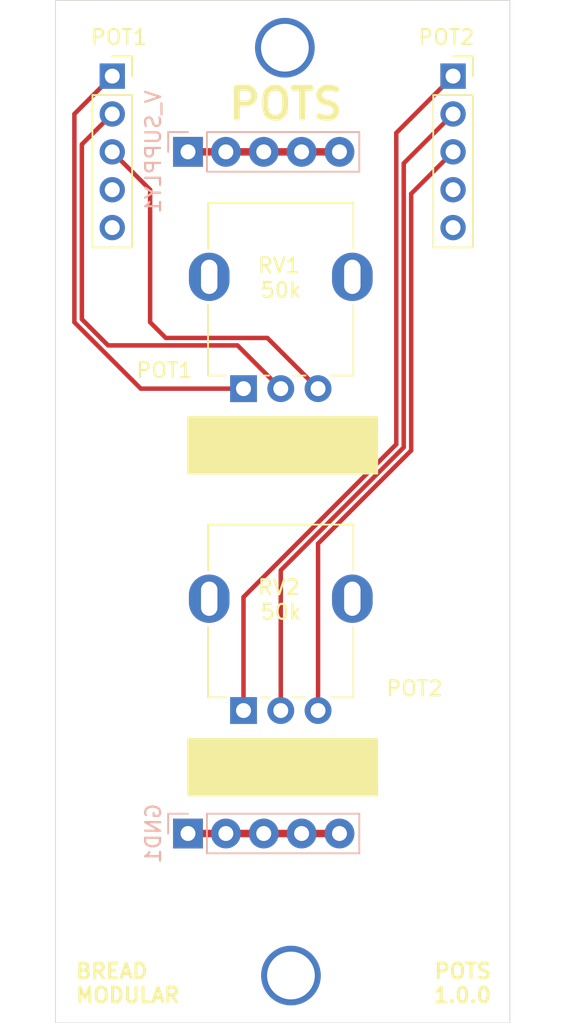
<source format=kicad_pcb>
(kicad_pcb (version 20240108) (generator "pcbnew") (generator_version "8.0")
  (layers (0 "F.Cu" signal) (31 "B.Cu" signal) (34 "B.Paste" user) (35 "F.Paste" user) (36 "B.SilkS" user "B.Silkscreen") (37 "F.SilkS" user "F.Silkscreen") (38 "B.Mask" user) (39 "F.Mask" user) (44 "Edge.Cuts" user))
  (net 0 "")
  (net 1 "GND")
  (net 3 "Net-(POT_SOCKETS_1-Pin_3)")
  (net 4 "Net-(POT_SOCKETS_1-Pin_2)")
  (net 5 "Net-(POT_SOCKETS_1-Pin_1)")
  (net 7 "Net-(POT_SOCKETS_2-Pin_3)")
  (net 9 "Net-(POT_SOCKETS_2-Pin_2)")
  (net 10 "Net-(POT_SOCKETS_2-Pin_1)")
  (net 12 "V_SUPPLY")
  (footprint "Connector_PinSocket_2.54mm:PinSocket_1x05_P2.54mm_Vertical" (layer "F.Cu") (at 73.66 45.72)
    (property "Reference" "POT_SOCKETS_2")
    (property "Value" "Conn_01x05_Socket")
    (fp_line (start -1.33 1.27) (end -1.33 11.49) (stroke (width 0.12)) (layer "F.SilkS"))
    (fp_line (start -1.33 1.27) (end 1.33 1.27) (stroke (width 0.12)) (layer "F.SilkS"))
    (fp_line (start -1.33 11.49) (end 1.33 11.49) (stroke (width 0.12)) (layer "F.SilkS"))
    (fp_line (start 0 -1.33) (end 1.33 -1.33) (stroke (width 0.12)) (layer "F.SilkS"))
    (fp_line (start 1.33 -1.33) (end 1.33 0) (stroke (width 0.12)) (layer "F.SilkS"))
    (fp_line (start 1.33 1.27) (end 1.33 11.49) (stroke (width 0.12)) (layer "F.SilkS"))
    (pad "1" thru_hole rect (at 0 0) (size 1.7 1.7) (drill 1) (layers "*.Cu" "*.Mask") (net 10 "Net-(POT_SOCKETS_2-Pin_1)"))
    (pad "2" thru_hole oval (at 0 2.54) (size 1.7 1.7) (drill 1) (layers "*.Cu" "*.Mask") (net 9 "Net-(POT_SOCKETS_2-Pin_2)"))
    (pad "3" thru_hole oval (at 0 5.08) (size 1.7 1.7) (drill 1) (layers "*.Cu" "*.Mask") (net 7 "Net-(POT_SOCKETS_2-Pin_3)"))
    (pad "4" thru_hole oval (at 0 7.62) (size 1.7 1.7) (drill 1) (layers "*.Cu" "*.Mask"))
    (pad "5" thru_hole oval (at 0 10.16) (size 1.7 1.7) (drill 1) (layers "*.Cu" "*.Mask"))
  )
  (footprint "Connector_PinSocket_2.54mm:PinSocket_1x05_P2.54mm_Vertical" (layer "F.Cu") (at 50.8 45.72)
    (property "Reference" "POT_SOCKETS_1")
    (property "Value" "Conn_01x05_Socket")
    (fp_line (start -1.33 1.27) (end -1.33 11.49) (stroke (width 0.12)) (layer "F.SilkS"))
    (fp_line (start -1.33 1.27) (end 1.33 1.27) (stroke (width 0.12)) (layer "F.SilkS"))
    (fp_line (start -1.33 11.49) (end 1.33 11.49) (stroke (width 0.12)) (layer "F.SilkS"))
    (fp_line (start 0 -1.33) (end 1.33 -1.33) (stroke (width 0.12)) (layer "F.SilkS"))
    (fp_line (start 1.33 -1.33) (end 1.33 0) (stroke (width 0.12)) (layer "F.SilkS"))
    (fp_line (start 1.33 1.27) (end 1.33 11.49) (stroke (width 0.12)) (layer "F.SilkS"))
    (pad "1" thru_hole rect (at 0 0) (size 1.7 1.7) (drill 1) (layers "*.Cu" "*.Mask") (net 5 "Net-(POT_SOCKETS_1-Pin_1)"))
    (pad "2" thru_hole oval (at 0 2.54) (size 1.7 1.7) (drill 1) (layers "*.Cu" "*.Mask") (net 4 "Net-(POT_SOCKETS_1-Pin_2)"))
    (pad "3" thru_hole oval (at 0 5.08) (size 1.7 1.7) (drill 1) (layers "*.Cu" "*.Mask") (net 3 "Net-(POT_SOCKETS_1-Pin_3)"))
    (pad "4" thru_hole oval (at 0 7.62) (size 1.7 1.7) (drill 1) (layers "*.Cu" "*.Mask"))
    (pad "5" thru_hole oval (at 0 10.16) (size 1.7 1.7) (drill 1) (layers "*.Cu" "*.Mask"))
  )
  (footprint "BreadModular_Pots:Potentiometer_RV09" (layer "F.Cu") (at 62.23 81.28)
    (property "Reference" "RV2" (at -0.254 -1.27 180) (layer "F.SilkS"))
    (property "Value" "50k" (at -0.127 0.381 180) (layer "F.SilkS"))
    (fp_line (start -5.007 6.112) (end -5.007 1.392) (stroke (width 0.12)) (layer "F.SilkS"))
    (fp_line (start -4.997 -2.418) (end -4.997 -5.478) (stroke (width 0.12)) (layer "F.SilkS"))
    (fp_line (start -3.817 6.112) (end -4.997 6.112) (stroke (width 0.12)) (layer "F.SilkS"))
    (fp_line (start -0.917 6.112) (end -1.447 6.112) (stroke (width 0.12)) (layer "F.SilkS"))
    (fp_line (start 1.533 6.112) (end 0.703 6.112) (stroke (width 0.12)) (layer "F.SilkS"))
    (fp_line (start 4.743 -5.478) (end -4.997 -5.478) (stroke (width 0.12)) (layer "F.SilkS"))
    (fp_line (start 4.743 -2.418) (end 4.743 -5.478) (stroke (width 0.12)) (layer "F.SilkS"))
    (fp_line (start 4.743 6.112) (end 3.253 6.112) (stroke (width 0.12)) (layer "F.SilkS"))
    (fp_line (start 4.743 6.112) (end 4.743 1.392) (stroke (width 0.12)) (layer "F.SilkS"))
    (pad "" thru_hole oval (at -4.927 -0.508 180) (size 2.72 3.24) (drill oval 1.1 2.3) (layers "*.Cu" "*.Mask"))
    (pad "" thru_hole oval (at 4.673 -0.508 180) (size 2.72 3.24) (drill oval 1.1 2.3) (layers "*.Cu" "*.Mask"))
    (pad "1" thru_hole rect (at -2.627 6.992 180) (size 1.8 1.8) (drill 1) (layers "*.Cu" "*.Mask") (net 10 "Net-(POT_SOCKETS_2-Pin_1)"))
    (pad "2" thru_hole circle (at -0.127 6.992 180) (size 1.8 1.8) (drill 1) (layers "*.Cu" "*.Mask") (net 9 "Net-(POT_SOCKETS_2-Pin_2)"))
    (pad "3" thru_hole circle (at 2.373 6.992 180) (size 1.8 1.8) (drill 1) (layers "*.Cu" "*.Mask") (net 7 "Net-(POT_SOCKETS_2-Pin_3)"))
  )
  (footprint "BreadModular_Pots:Potentiometer_RV09" (layer "F.Cu") (at 62.23 59.69)
    (property "Reference" "RV1" (at -0.254 -1.27 180) (layer "F.SilkS"))
    (property "Value" "50k" (at -0.127 0.381 180) (layer "F.SilkS"))
    (fp_line (start -5.007 6.112) (end -5.007 1.392) (stroke (width 0.12)) (layer "F.SilkS"))
    (fp_line (start -4.997 -2.418) (end -4.997 -5.478) (stroke (width 0.12)) (layer "F.SilkS"))
    (fp_line (start -3.817 6.112) (end -4.997 6.112) (stroke (width 0.12)) (layer "F.SilkS"))
    (fp_line (start -0.917 6.112) (end -1.447 6.112) (stroke (width 0.12)) (layer "F.SilkS"))
    (fp_line (start 1.533 6.112) (end 0.703 6.112) (stroke (width 0.12)) (layer "F.SilkS"))
    (fp_line (start 4.743 -5.478) (end -4.997 -5.478) (stroke (width 0.12)) (layer "F.SilkS"))
    (fp_line (start 4.743 -2.418) (end 4.743 -5.478) (stroke (width 0.12)) (layer "F.SilkS"))
    (fp_line (start 4.743 6.112) (end 3.253 6.112) (stroke (width 0.12)) (layer "F.SilkS"))
    (fp_line (start 4.743 6.112) (end 4.743 1.392) (stroke (width 0.12)) (layer "F.SilkS"))
    (pad "" thru_hole oval (at -4.927 -0.508 180) (size 2.72 3.24) (drill oval 1.1 2.3) (layers "*.Cu" "*.Mask"))
    (pad "" thru_hole oval (at 4.673 -0.508 180) (size 2.72 3.24) (drill oval 1.1 2.3) (layers "*.Cu" "*.Mask"))
    (pad "1" thru_hole rect (at -2.627 6.992 180) (size 1.8 1.8) (drill 1) (layers "*.Cu" "*.Mask") (net 5 "Net-(POT_SOCKETS_1-Pin_1)"))
    (pad "2" thru_hole circle (at -0.127 6.992 180) (size 1.8 1.8) (drill 1) (layers "*.Cu" "*.Mask") (net 4 "Net-(POT_SOCKETS_1-Pin_2)"))
    (pad "3" thru_hole circle (at 2.373 6.992 180) (size 1.8 1.8) (drill 1) (layers "*.Cu" "*.Mask") (net 3 "Net-(POT_SOCKETS_1-Pin_3)"))
  )
  (footprint "BreadModular_MISC:Power_Connector" (layer "B.Cu") (at 55.88 50.8 -90)
    (property "Reference" "V_SUPPLY1" (at 0 2.33 90) (layer "B.SilkS") (effects (justify mirror)))
    (property "Value" "Conn_01x05_Pin")
    (fp_line (start -1.33 1.33) (end -1.33 0) (stroke (width 0.12)) (layer "B.SilkS"))
    (fp_line (start 0 1.33) (end -1.33 1.33) (stroke (width 0.12)) (layer "B.SilkS"))
    (fp_line (start 1.33 -1.27) (end -1.33 -1.27) (stroke (width 0.12)) (layer "B.SilkS"))
    (fp_line (start -1.33 -11.49) (end -1.33 -1.27) (stroke (width 0.12)) (layer "B.SilkS"))
    (fp_line (start 1.33 -11.49) (end 1.33 -1.27) (stroke (width 0.12)) (layer "B.SilkS"))
    (fp_line (start 1.33 -11.49) (end -1.33 -11.49) (stroke (width 0.12)) (layer "B.SilkS"))
    (pad "1" thru_hole rect (at 0 0 270) (size 2 2) (drill 1) (layers "*.Cu" "*.Mask") (net 12 "V_SUPPLY"))
    (pad "2" thru_hole oval (at 0 -2.54 270) (size 2 2) (drill 1) (layers "*.Cu" "*.Mask") (net 12 "V_SUPPLY"))
    (pad "3" thru_hole oval (at 0 -5.08 270) (size 2 2) (drill 1) (layers "*.Cu" "*.Mask") (net 12 "V_SUPPLY"))
    (pad "4" thru_hole oval (at 0 -7.62 270) (size 2 2) (drill 1) (layers "*.Cu" "*.Mask") (net 12 "V_SUPPLY"))
    (pad "5" thru_hole oval (at 0 -10.16 270) (size 2 2) (drill 1) (layers "*.Cu" "*.Mask") (net 12 "V_SUPPLY"))
  )
  (footprint "BreadModular_MISC:Power_Connector" (layer "B.Cu") (at 55.88 96.52 -90)
    (property "Reference" "GND1" (at 0 2.33 90) (layer "B.SilkS") (effects (justify mirror)))
    (property "Value" "Conn_01x05_Pin")
    (fp_line (start -1.33 1.33) (end -1.33 0) (stroke (width 0.12)) (layer "B.SilkS"))
    (fp_line (start 0 1.33) (end -1.33 1.33) (stroke (width 0.12)) (layer "B.SilkS"))
    (fp_line (start 1.33 -1.27) (end -1.33 -1.27) (stroke (width 0.12)) (layer "B.SilkS"))
    (fp_line (start -1.33 -11.49) (end -1.33 -1.27) (stroke (width 0.12)) (layer "B.SilkS"))
    (fp_line (start 1.33 -11.49) (end 1.33 -1.27) (stroke (width 0.12)) (layer "B.SilkS"))
    (fp_line (start 1.33 -11.49) (end -1.33 -11.49) (stroke (width 0.12)) (layer "B.SilkS"))
    (pad "1" thru_hole rect (at 0 0 270) (size 2 2) (drill 1) (layers "*.Cu" "*.Mask") (net 1 "GND"))
    (pad "2" thru_hole oval (at 0 -2.54 270) (size 2 2) (drill 1) (layers "*.Cu" "*.Mask") (net 1 "GND"))
    (pad "3" thru_hole oval (at 0 -5.08 270) (size 2 2) (drill 1) (layers "*.Cu" "*.Mask") (net 1 "GND"))
    (pad "4" thru_hole oval (at 0 -7.62 270) (size 2 2) (drill 1) (layers "*.Cu" "*.Mask") (net 1 "GND"))
    (pad "5" thru_hole oval (at 0 -10.16 270) (size 2 2) (drill 1) (layers "*.Cu" "*.Mask") (net 1 "GND"))
  )
  (gr_poly (pts (xy 55.88 68.58) (xy 68.58 68.58) (xy 68.58 72.39) (xy 55.88 72.39)) (stroke (width 0.1)) (fill solid) (layer "F.SilkS"))
  (gr_poly (pts (xy 55.88 90.17) (xy 68.58 90.17) (xy 68.58 93.98) (xy 55.88 93.98)) (stroke (width 0.1)) (fill solid) (layer "F.SilkS"))
  (gr_line (start 46.99 109.22) (end 77.47 109.22) (stroke (width 0.05)) (layer "Edge.Cuts"))
  (gr_line (start 77.47 40.64) (end 46.99 40.64) (stroke (width 0.05)) (layer "Edge.Cuts"))
  (gr_line (start 46.99 40.64) (end 46.99 109.22) (stroke (width 0.05)) (layer "Edge.Cuts"))
  (gr_line (start 77.47 109.22) (end 77.47 40.64) (stroke (width 0.05)) (layer "Edge.Cuts"))
  (gr_text "POT1" (at 49.276 43.688 0) (layer "F.SilkS") (effects (font (size 1 1)) (justify left bottom)))
  (gr_text "POTS\n1.0.0" (at 76.327 107.95 0) (layer "F.SilkS") (effects (font (size 1 1) (thickness 0.2) (bold yes)) (justify right bottom)))
  (gr_text "POT2" (at 69.088 87.376 0) (layer "F.SilkS") (effects (font (size 1 1)) (justify left bottom)))
  (gr_text "POT1" (at 52.324 66.04 0) (layer "F.SilkS") (effects (font (size 1 1)) (justify left bottom)))
  (gr_text "POTS" (at 58.42 48.768 0) (layer "F.SilkS") (effects (font (size 2 2) (thickness 0.4) (bold yes)) (justify left bottom)))
  (gr_text "POT2" (at 75.184 43.688 0) (layer "F.SilkS") (effects (font (size 1 1)) (justify right bottom)))
  (gr_text "BREAD\nMODULAR" (at 48.26 107.95 0) (layer "F.SilkS") (effects (font (size 1 1) (thickness 0.2) (bold yes)) (justify left bottom)))
  (via (at 62.784908 106.045) (size 4) (drill 3.2) (layers "F.Cu" "B.Cu") (net 0))
  (via (at 62.37758 43.815) (size 4) (drill 3.2) (layers "F.Cu" "B.Cu") (net 0))
  (segment (start 55.88 96.52) (end 66.04 96.52) (width 0.5) (layer "F.Cu") (net 1))
  (segment (start 53.34 53.34) (end 53.34 62.23) (width 0.3) (layer "F.Cu") (net 3))
  (segment (start 54.391447 63.281447) (end 61.202447 63.281447) (width 0.3) (layer "F.Cu") (net 3))
  (segment (start 50.8 50.8) (end 53.34 53.34) (width 0.3) (layer "F.Cu") (net 3))
  (segment (start 53.34 62.23) (end 54.391447 63.281447) (width 0.3) (layer "F.Cu") (net 3))
  (segment (start 61.202447 63.281447) (end 64.603 66.682) (width 0.3) (layer "F.Cu") (net 3))
  (segment (start 48.76 62.022894) (end 50.518553 63.781447) (width 0.3) (layer "F.Cu") (net 4))
  (segment (start 59.202447 63.781447) (end 62.103 66.682) (width 0.3) (layer "F.Cu") (net 4))
  (segment (start 50.518553 63.781447) (end 59.202447 63.781447) (width 0.3) (layer "F.Cu") (net 4))
  (segment (start 50.8 48.26) (end 48.76 50.3) (width 0.3) (layer "F.Cu") (net 4))
  (segment (start 48.76 50.3) (end 48.76 62.022894) (width 0.3) (layer "F.Cu") (net 4))
  (segment (start 48.26 48.26) (end 48.26 62.23) (width 0.3) (layer "F.Cu") (net 5))
  (segment (start 52.712 66.682) (end 59.603 66.682) (width 0.3) (layer "F.Cu") (net 5))
  (segment (start 48.26 62.23) (end 52.712 66.682) (width 0.3) (layer "F.Cu") (net 5))
  (segment (start 50.8 45.72) (end 48.26 48.26) (width 0.3) (layer "F.Cu") (net 5))
  (segment (start 64.603 77.074106) (end 64.603 88.272) (width 0.3) (layer "F.Cu") (net 7))
  (segment (start 70.85 53.61) (end 70.85 70.827106) (width 0.3) (layer "F.Cu") (net 7))
  (segment (start 73.66 50.8) (end 70.85 53.61) (width 0.3) (layer "F.Cu") (net 7))
  (segment (start 70.85 70.827106) (end 64.603 77.074106) (width 0.3) (layer "F.Cu") (net 7))
  (segment (start 70.35 51.57) (end 70.35 70.62) (width 0.3) (layer "F.Cu") (net 9))
  (segment (start 70.35 70.62) (end 62.103 78.867) (width 0.3) (layer "F.Cu") (net 9))
  (segment (start 73.66 48.26) (end 70.35 51.57) (width 0.3) (layer "F.Cu") (net 9))
  (segment (start 62.103 78.867) (end 62.103 88.272) (width 0.3) (layer "F.Cu") (net 9))
  (segment (start 59.603 88.272) (end 59.603 80.659894) (width 0.3) (layer "F.Cu") (net 10))
  (segment (start 69.85 49.53) (end 73.66 45.72) (width 0.3) (layer "F.Cu") (net 10))
  (segment (start 59.603 80.659894) (end 69.85 70.412894) (width 0.3) (layer "F.Cu") (net 10))
  (segment (start 69.85 70.412894) (end 69.85 49.53) (width 0.3) (layer "F.Cu") (net 10))
  (segment (start 55.88 50.8) (end 66.04 50.8) (width 0.5) (layer "F.Cu") (net 12))
)
</source>
